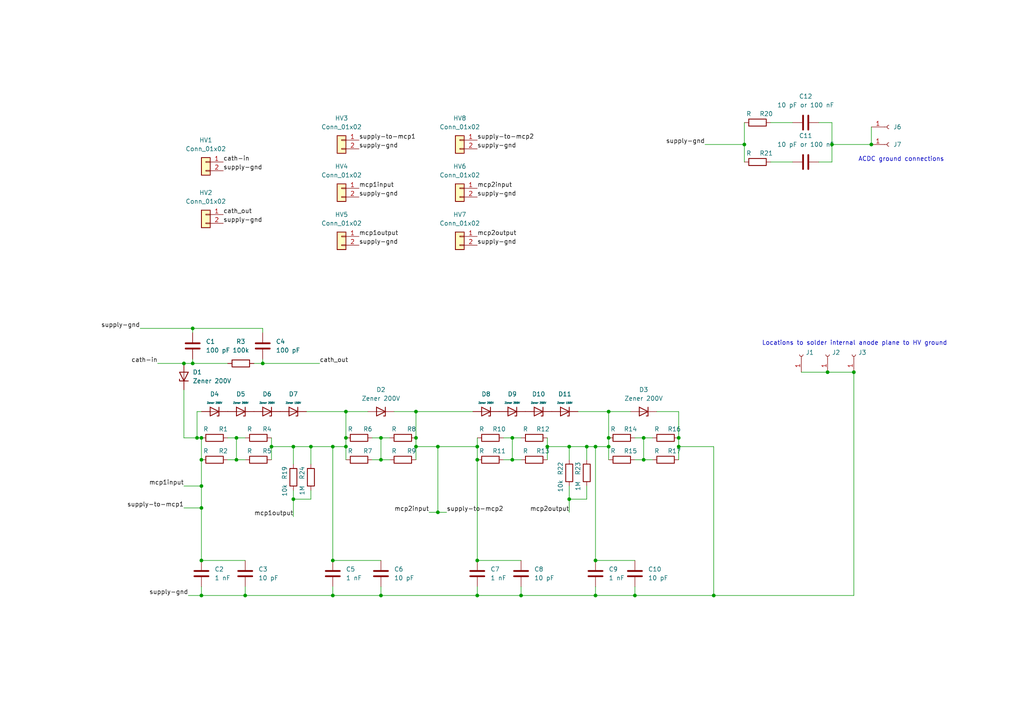
<source format=kicad_sch>
(kicad_sch (version 20230121) (generator eeschema)
  (paper "A4")
  (lib_symbols
    (symbol "Connector:Conn_01x01_Socket" (pin_names (offset 1.016) hide)
      (property "Reference" "J" (at 0 2.54 0))
      (property "Value" "Conn_01x01_Socket" (at 0 -2.54 0))
      (symbol "Conn_01x01_Socket_1_1"
        (polyline (pts (xy -1.27 0) (xy -0.508 0)) (stroke (width 0.1524)))
        (arc (start 0 0.508) (mid -0.5058 0) (end 0 -0.508) (stroke (width 0.1524)))
        (pin passive line (at -5.08 0 0) (length 3.81) (name "Pin_1") (number "1"))
      )
    )
    (symbol "Connector_Generic:Conn_01x02" (pin_names (offset 1.016) hide)
      (property "Reference" "J" (at 0 2.54 0))
      (property "Value" "Conn_01x02" (at 0 -5.08 0))
      (symbol "Conn_01x02_1_1"
        (rectangle (start -1.27 -2.413) (end 0 -2.667) (stroke (width 0.1524)))
        (rectangle (start -1.27 0.127) (end 0 -0.127) (stroke (width 0.1524)))
        (rectangle (start -1.27 1.27) (end 1.27 -3.81) (stroke (width 0.254)) (fill (type background)))
        (pin passive line (at -5.08 0 0) (length 3.81) (name "Pin_1") (number "1"))
        (pin passive line (at -5.08 -2.54 0) (length 3.81) (name "Pin_2") (number "2"))
      )
    )
    (symbol "Device:C" (pin_numbers hide) (pin_names (offset 0.254))
      (property "Reference" "C" (at 0.635 2.54 0))
      (property "Value" "C" (at 0.635 -2.54 0))
      (symbol "C_0_1"
        (polyline (pts (xy -2.032 -0.762) (xy 2.032 -0.762)) (stroke (width 0.508)))
        (polyline (pts (xy -2.032 0.762) (xy 2.032 0.762)) (stroke (width 0.508)))
      )
      (symbol "C_1_1"
        (pin passive line (at 0 3.81 270) (length 2.794) (name "~") (number "1"))
        (pin passive line (at 0 -3.81 90) (length 2.794) (name "~") (number "2"))
      )
    )
    (symbol "Device:D_Zener" (pin_numbers hide) (pin_names (offset 1.016) hide)
      (property "Reference" "D" (at 0 2.54 0))
      (property "Value" "D_Zener" (at 0 -2.54 0))
      (symbol "D_Zener_0_1"
        (polyline (pts (xy 1.27 0) (xy -1.27 0)))
        (polyline (pts (xy -1.27 -1.27) (xy -1.27 1.27) (xy -0.762 1.27)) (stroke (width 0.254)))
        (polyline (pts (xy 1.27 -1.27) (xy 1.27 1.27) (xy -1.27 0) (xy 1.27 -1.27)) (stroke (width 0.254)))
      )
      (symbol "D_Zener_1_1"
        (pin passive line (at -3.81 0 0) (length 2.54) (name "K") (number "1"))
        (pin passive line (at 3.81 0 180) (length 2.54) (name "A") (number "2"))
      )
    )
    (symbol "Device:R" (pin_numbers hide) (pin_names (offset 0))
      (property "Reference" "R" (at 2.032 0 90))
      (property "Value" "R" (at 0 0 90))
      (symbol "R_0_1"
        (rectangle (start -1.016 -2.54) (end 1.016 2.54) (stroke (width 0.254)))
      )
      (symbol "R_1_1"
        (pin passive line (at 0 3.81 270) (length 1.27) (name "~") (number "1"))
        (pin passive line (at 0 -3.81 90) (length 1.27) (name "~") (number "2"))
      )
    )
  )
  (junction (at 85.09 129.54))
  (junction (at 138.43 162.56))
  (junction (at 176.53 119.38))
  (junction (at 58.42 162.56))
  (junction (at 55.88 95.25))
  (junction (at 165.1 144.78))
  (junction (at 120.65 127))
  (junction (at 184.15 172.72))
  (junction (at 196.85 127))
  (junction (at 127 148.59))
  (junction (at 100.33 129.54))
  (junction (at 215.9 41.91))
  (junction (at 158.75 129.54))
  (junction (at 172.72 129.54))
  (junction (at 207.01 172.72))
  (junction (at 240.03 107.95))
  (junction (at 58.42 127))
  (junction (at 55.88 105.41))
  (junction (at 165.1 129.54))
  (junction (at 138.43 133.35))
  (junction (at 71.12 172.72))
  (junction (at 110.49 133.35))
  (junction (at 100.33 119.38))
  (junction (at 186.69 133.35))
  (junction (at 172.72 172.72))
  (junction (at 196.85 129.54))
  (junction (at 58.42 147.32))
  (junction (at 100.33 127))
  (junction (at 110.49 172.72))
  (junction (at 96.52 172.72))
  (junction (at 110.49 127))
  (junction (at 58.42 172.72))
  (junction (at 151.13 172.72))
  (junction (at 148.59 127))
  (junction (at 176.53 129.54))
  (junction (at 127 129.54))
  (junction (at 138.43 129.54))
  (junction (at 68.58 133.35))
  (junction (at 120.65 129.54))
  (junction (at 85.09 144.78))
  (junction (at 186.69 127))
  (junction (at 247.65 107.95))
  (junction (at 252.73 41.91))
  (junction (at 170.18 129.54))
  (junction (at 78.74 129.54))
  (junction (at 172.72 162.56))
  (junction (at 76.2 105.41))
  (junction (at 96.52 129.54))
  (junction (at 53.34 105.41))
  (junction (at 96.52 162.56))
  (junction (at 57.15 127))
  (junction (at 148.59 133.35))
  (junction (at 58.42 133.35))
  (junction (at 120.65 119.38))
  (junction (at 138.43 172.72))
  (junction (at 241.3 41.91))
  (junction (at 58.42 140.97))
  (junction (at 176.53 127))
  (junction (at 68.58 127))
  (junction (at 90.17 129.54))
  (wire (pts (xy 170.18 129.54) (xy 172.72 129.54)))
  (wire (pts (xy 58.42 133.35) (xy 58.42 140.97)))
  (wire (pts (xy 165.1 144.78) (xy 170.18 144.78)))
  (wire (pts (xy 96.52 162.56) (xy 110.49 162.56)))
  (wire (pts (xy 165.1 140.97) (xy 165.1 144.78)))
  (wire (pts (xy 204.47 41.91) (xy 215.9 41.91)))
  (wire (pts (xy 241.3 41.91) (xy 241.3 35.56)))
  (wire (pts (xy 158.75 127) (xy 158.75 129.54)))
  (wire (pts (xy 96.52 129.54) (xy 100.33 129.54)))
  (wire (pts (xy 172.72 172.72) (xy 151.13 172.72)))
  (wire (pts (xy 184.15 170.18) (xy 184.15 172.72)))
  (wire (pts (xy 165.1 129.54) (xy 165.1 133.35)))
  (wire (pts (xy 165.1 144.78) (xy 165.1 148.59)))
  (wire (pts (xy 78.74 129.54) (xy 85.09 129.54)))
  (wire (pts (xy 68.58 127) (xy 68.58 133.35)))
  (wire (pts (xy 110.49 127) (xy 113.03 127)))
  (wire (pts (xy 88.9 119.38) (xy 100.33 119.38)))
  (wire (pts (xy 241.3 41.91) (xy 252.73 41.91)))
  (wire (pts (xy 100.33 127) (xy 100.33 129.54)))
  (wire (pts (xy 76.2 96.52) (xy 76.2 95.25)))
  (wire (pts (xy 90.17 142.24) (xy 90.17 144.78)))
  (wire (pts (xy 107.95 133.35) (xy 110.49 133.35)))
  (wire (pts (xy 58.42 147.32) (xy 58.42 162.56)))
  (wire (pts (xy 124.46 148.59) (xy 127 148.59)))
  (wire (pts (xy 158.75 129.54) (xy 158.75 133.35)))
  (wire (pts (xy 58.42 172.72) (xy 58.42 170.18)))
  (wire (pts (xy 58.42 119.38) (xy 57.15 119.38)))
  (wire (pts (xy 78.74 129.54) (xy 78.74 133.35)))
  (wire (pts (xy 66.04 127) (xy 68.58 127)))
  (wire (pts (xy 247.65 107.95) (xy 247.65 172.72)))
  (wire (pts (xy 138.43 172.72) (xy 138.43 170.18)))
  (wire (pts (xy 138.43 129.54) (xy 138.43 133.35)))
  (wire (pts (xy 184.15 172.72) (xy 172.72 172.72)))
  (wire (pts (xy 176.53 127) (xy 176.53 129.54)))
  (wire (pts (xy 127 129.54) (xy 127 148.59)))
  (wire (pts (xy 90.17 129.54) (xy 90.17 134.62)))
  (wire (pts (xy 176.53 129.54) (xy 176.53 133.35)))
  (wire (pts (xy 110.49 172.72) (xy 138.43 172.72)))
  (wire (pts (xy 232.41 107.95) (xy 240.03 107.95)))
  (wire (pts (xy 71.12 172.72) (xy 96.52 172.72)))
  (wire (pts (xy 55.88 96.52) (xy 55.88 95.25)))
  (wire (pts (xy 96.52 129.54) (xy 96.52 162.56)))
  (wire (pts (xy 237.49 35.56) (xy 241.3 35.56)))
  (wire (pts (xy 76.2 95.25) (xy 55.88 95.25)))
  (wire (pts (xy 58.42 162.56) (xy 71.12 162.56)))
  (wire (pts (xy 120.65 119.38) (xy 120.65 127)))
  (wire (pts (xy 146.05 127) (xy 148.59 127)))
  (wire (pts (xy 96.52 170.18) (xy 96.52 172.72)))
  (wire (pts (xy 58.42 172.72) (xy 71.12 172.72)))
  (wire (pts (xy 110.49 127) (xy 110.49 133.35)))
  (wire (pts (xy 151.13 170.18) (xy 151.13 172.72)))
  (wire (pts (xy 78.74 127) (xy 78.74 129.54)))
  (wire (pts (xy 190.5 119.38) (xy 196.85 119.38)))
  (wire (pts (xy 186.69 133.35) (xy 189.23 133.35)))
  (wire (pts (xy 54.61 172.72) (xy 58.42 172.72)))
  (wire (pts (xy 110.49 170.18) (xy 110.49 172.72)))
  (wire (pts (xy 237.49 46.99) (xy 241.3 46.99)))
  (wire (pts (xy 151.13 172.72) (xy 138.43 172.72)))
  (wire (pts (xy 170.18 140.97) (xy 170.18 144.78)))
  (wire (pts (xy 186.69 127) (xy 186.69 133.35)))
  (wire (pts (xy 148.59 127) (xy 148.59 133.35)))
  (wire (pts (xy 100.33 119.38) (xy 106.68 119.38)))
  (wire (pts (xy 68.58 133.35) (xy 71.12 133.35)))
  (wire (pts (xy 68.58 127) (xy 71.12 127)))
  (wire (pts (xy 167.64 119.38) (xy 176.53 119.38)))
  (wire (pts (xy 57.15 127) (xy 58.42 127)))
  (wire (pts (xy 158.75 129.54) (xy 165.1 129.54)))
  (wire (pts (xy 120.65 129.54) (xy 127 129.54)))
  (wire (pts (xy 55.88 105.41) (xy 66.04 105.41)))
  (wire (pts (xy 120.65 129.54) (xy 120.65 133.35)))
  (wire (pts (xy 138.43 127) (xy 138.43 129.54)))
  (wire (pts (xy 223.52 35.56) (xy 229.87 35.56)))
  (wire (pts (xy 138.43 162.56) (xy 151.13 162.56)))
  (wire (pts (xy 85.09 129.54) (xy 90.17 129.54)))
  (wire (pts (xy 127 129.54) (xy 138.43 129.54)))
  (wire (pts (xy 223.52 46.99) (xy 229.87 46.99)))
  (wire (pts (xy 172.72 129.54) (xy 172.72 162.56)))
  (wire (pts (xy 186.69 127) (xy 189.23 127)))
  (wire (pts (xy 176.53 119.38) (xy 182.88 119.38)))
  (wire (pts (xy 148.59 133.35) (xy 151.13 133.35)))
  (wire (pts (xy 138.43 133.35) (xy 138.43 162.56)))
  (wire (pts (xy 90.17 129.54) (xy 96.52 129.54)))
  (wire (pts (xy 76.2 105.41) (xy 92.71 105.41)))
  (wire (pts (xy 241.3 46.99) (xy 241.3 41.91)))
  (wire (pts (xy 215.9 35.56) (xy 215.9 41.91)))
  (wire (pts (xy 120.65 119.38) (xy 137.16 119.38)))
  (wire (pts (xy 196.85 119.38) (xy 196.85 127)))
  (wire (pts (xy 100.33 129.54) (xy 100.33 133.35)))
  (wire (pts (xy 207.01 172.72) (xy 184.15 172.72)))
  (wire (pts (xy 170.18 129.54) (xy 170.18 133.35)))
  (wire (pts (xy 85.09 129.54) (xy 85.09 134.62)))
  (wire (pts (xy 53.34 105.41) (xy 55.88 105.41)))
  (wire (pts (xy 73.66 105.41) (xy 76.2 105.41)))
  (wire (pts (xy 53.34 127) (xy 57.15 127)))
  (wire (pts (xy 184.15 127) (xy 186.69 127)))
  (wire (pts (xy 196.85 129.54) (xy 196.85 133.35)))
  (wire (pts (xy 176.53 127) (xy 176.53 119.38)))
  (wire (pts (xy 57.15 119.38) (xy 57.15 127)))
  (wire (pts (xy 53.34 113.03) (xy 53.34 127)))
  (wire (pts (xy 165.1 129.54) (xy 170.18 129.54)))
  (wire (pts (xy 76.2 104.14) (xy 76.2 105.41)))
  (wire (pts (xy 45.72 105.41) (xy 53.34 105.41)))
  (wire (pts (xy 184.15 133.35) (xy 186.69 133.35)))
  (wire (pts (xy 252.73 36.83) (xy 252.73 41.91)))
  (wire (pts (xy 148.59 127) (xy 151.13 127)))
  (wire (pts (xy 85.09 144.78) (xy 85.09 149.86)))
  (wire (pts (xy 85.09 142.24) (xy 85.09 144.78)))
  (wire (pts (xy 58.42 140.97) (xy 58.42 147.32)))
  (wire (pts (xy 240.03 107.95) (xy 247.65 107.95)))
  (wire (pts (xy 146.05 133.35) (xy 148.59 133.35)))
  (wire (pts (xy 58.42 127) (xy 58.42 133.35)))
  (wire (pts (xy 247.65 172.72) (xy 207.01 172.72)))
  (wire (pts (xy 53.34 140.97) (xy 58.42 140.97)))
  (wire (pts (xy 172.72 129.54) (xy 176.53 129.54)))
  (wire (pts (xy 40.64 95.25) (xy 55.88 95.25)))
  (wire (pts (xy 85.09 144.78) (xy 90.17 144.78)))
  (wire (pts (xy 120.65 127) (xy 120.65 129.54)))
  (wire (pts (xy 66.04 133.35) (xy 68.58 133.35)))
  (wire (pts (xy 107.95 127) (xy 110.49 127)))
  (wire (pts (xy 172.72 170.18) (xy 172.72 172.72)))
  (wire (pts (xy 100.33 127) (xy 100.33 119.38)))
  (wire (pts (xy 55.88 104.14) (xy 55.88 105.41)))
  (wire (pts (xy 215.9 41.91) (xy 215.9 46.99)))
  (wire (pts (xy 172.72 162.56) (xy 184.15 162.56)))
  (wire (pts (xy 196.85 127) (xy 196.85 129.54)))
  (wire (pts (xy 110.49 133.35) (xy 113.03 133.35)))
  (wire (pts (xy 207.01 129.54) (xy 207.01 172.72)))
  (wire (pts (xy 114.3 119.38) (xy 120.65 119.38)))
  (wire (pts (xy 96.52 172.72) (xy 110.49 172.72)))
  (wire (pts (xy 53.34 147.32) (xy 58.42 147.32)))
  (wire (pts (xy 127 148.59) (xy 129.54 148.59)))
  (wire (pts (xy 196.85 129.54) (xy 207.01 129.54)))
  (wire (pts (xy 71.12 170.18) (xy 71.12 172.72)))
  (text "Locations to solder internal anode plane to HV ground" (at 220.98 100.33 0) (effects (font (size 1.27 1.27)) (justify left bottom)))
  (text "ACDC ground connections" (at 248.92 46.99 0) (effects (font (size 1.27 1.27)) (justify left bottom)))
  (label "supply-gnd" (at 104.14 71.12 0))
  (label "supply-gnd" (at 64.77 49.53 0))
  (label "mcp1output" (at 85.09 149.86 180))
  (label "cath-in" (at 64.77 46.99 0))
  (label "mcp1input" (at 53.34 140.97 180))
  (label "supply-to-mcp2" (at 129.54 148.59 0))
  (label "supply-to-mcp2" (at 138.43 40.64 0))
  (label "supply-gnd" (at 104.14 57.15 0))
  (label "cath_out" (at 64.77 62.23 0))
  (label "cath-in" (at 45.72 105.41 180))
  (label "supply-gnd" (at 138.43 43.18 0))
  (label "mcp1output" (at 104.14 68.58 0))
  (label "supply-gnd" (at 138.43 57.15 0))
  (label "supply-gnd" (at 138.43 71.12 0))
  (label "mcp2input" (at 124.46 148.59 180))
  (label "mcp2input" (at 138.43 54.61 0))
  (label "supply-to-mcp1" (at 104.14 40.64 0))
  (label "supply-gnd" (at 204.47 41.91 180))
  (label "mcp1input" (at 104.14 54.61 0))
  (label "mcp2output" (at 138.43 68.58 0))
  (label "supply-gnd" (at 40.64 95.25 180))
  (label "cath_out" (at 92.71 105.41 0))
  (label "supply-to-mcp1" (at 53.34 147.32 180))
  (label "supply-gnd" (at 64.77 64.77 0))
  (label "mcp2output" (at 165.1 148.59 180))
  (label "supply-gnd" (at 54.61 172.72 180))
  (label "supply-gnd" (at 104.14 43.18 0))
  (symbol (lib_id "Device:D_Zener") (at 53.34 109.22 90) (unit 1)
    (property "Reference" "D1" (at 55.88 107.9499 90) (effects (justify right)))
    (property "Value" "Zener 200V" (at 55.88 110.4899 90) (effects (justify right)))
    (property "Footprint" "Diode_THT:D_DO-41_SOD81_P10.16mm_Horizontal" (effects hide))
  )
  (symbol (lib_id "Device:R") (at 116.84 133.35 90) (unit 1)
    (property "Reference" "R9" (at 119.38 130.81 90))
    (property "Value" "R" (at 114.3 130.81 90))
    (property "Footprint" "Resistor_SMD:R_2512_6332Metric_Pad1.40x3.35mm_HandSolder" (effects hide))
  )
  (symbol (lib_id "Device:D_Zener") (at 163.83 119.38 180) (unit 1)
    (property "Reference" "D11" (at 163.83 114.3 0))
    (property "Value" "Zener 150V" (at 163.83 116.84 0) (effects (font (size 0.508 0.508))))
    (property "Footprint" "Diode_THT:D_DO-41_SOD81_P10.16mm_Horizontal" (effects hide))
  )
  (symbol (lib_id "Device:C") (at 151.13 166.37 0) (unit 1)
    (property "Reference" "C8" (at 154.94 165.1 0) (effects (justify left)))
    (property "Value" "10 pF" (at 154.94 167.64 0) (effects (justify left)))
    (property "Footprint" "Capacitor_SMD:C_1812_4532Metric_Pad1.57x3.40mm_HandSolder" (effects hide))
  )
  (symbol (lib_id "Connector_Generic:Conn_01x02") (at 99.06 40.64 0) (mirror y) (unit 1)
    (property "Reference" "HV3" (at 99.06 34.29 0))
    (property "Value" "Conn_01x02" (at 99.06 36.83 0))
    (property "Footprint" "stripline-anode-footprints:SHV_cable_interface" (effects hide))
  )
  (symbol (lib_id "Connector_Generic:Conn_01x02") (at 133.35 54.61 0) (mirror y) (unit 1)
    (property "Reference" "HV6" (at 133.35 48.26 0))
    (property "Value" "Conn_01x02" (at 133.35 50.8 0))
    (property "Footprint" "stripline-anode-footprints:SHV_cable_interface" (effects hide))
  )
  (symbol (lib_id "Device:R") (at 62.23 133.35 90) (unit 1)
    (property "Reference" "R2" (at 64.77 130.81 90))
    (property "Value" "R" (at 59.69 130.81 90))
    (property "Footprint" "Resistor_SMD:R_2512_6332Metric_Pad1.40x3.35mm_HandSolder" (effects hide))
  )
  (symbol (lib_id "Connector:Conn_01x01_Socket") (at 240.03 102.87 90) (unit 1)
    (property "Reference" "J2" (at 241.3 102.235 90) (effects (justify right)))
    (property "Value" "Conn_01x01_Socket" (effects hide))
    (property "Footprint" "TestPoint:TestPoint_Plated_Hole_D3.0mm" (effects hide))
  )
  (symbol (lib_id "Device:C") (at 96.52 166.37 180) (unit 1)
    (property "Reference" "C5" (at 100.33 165.1 0) (effects (justify right)))
    (property "Value" "1 nF" (at 100.33 167.64 0) (effects (justify right)))
    (property "Footprint" "Capacitor_SMD:C_2220_5650Metric_Pad1.97x5.40mm_HandSolder" (effects hide))
  )
  (symbol (lib_id "Device:C") (at 58.42 166.37 180) (unit 1)
    (property "Reference" "C2" (at 62.23 165.1 0) (effects (justify right)))
    (property "Value" "1 nF" (at 62.23 167.64 0) (effects (justify right)))
    (property "Footprint" "Capacitor_SMD:C_2220_5650Metric_Pad1.97x5.40mm_HandSolder" (effects hide))
  )
  (symbol (lib_id "Connector_Generic:Conn_01x02") (at 59.69 46.99 0) (mirror y) (unit 1)
    (property "Reference" "HV1" (at 59.69 40.64 0))
    (property "Value" "Conn_01x02" (at 59.69 43.18 0))
    (property "Footprint" "stripline-anode-footprints:SHV_cable_interface" (effects hide))
  )
  (symbol (lib_id "Device:R") (at 104.14 127 90) (unit 1)
    (property "Reference" "R6" (at 106.68 124.46 90))
    (property "Value" "R" (at 101.6 124.46 90))
    (property "Footprint" "Resistor_SMD:R_2512_6332Metric_Pad1.40x3.35mm_HandSolder" (effects hide))
  )
  (symbol (lib_id "Device:D_Zener") (at 156.21 119.38 180) (unit 1)
    (property "Reference" "D10" (at 156.21 114.3 0))
    (property "Value" "Zener 200V" (at 156.21 116.84 0) (effects (font (size 0.508 0.508))))
    (property "Footprint" "Diode_THT:D_DO-41_SOD81_P10.16mm_Horizontal" (effects hide))
  )
  (symbol (lib_id "Device:D_Zener") (at 62.23 119.38 180) (unit 1)
    (property "Reference" "D4" (at 62.23 114.3 0))
    (property "Value" "Zener 200V" (at 62.23 116.84 0) (effects (font (size 0.508 0.508))))
    (property "Footprint" "Diode_THT:D_DO-41_SOD81_P10.16mm_Horizontal" (effects hide))
  )
  (symbol (lib_id "Device:C") (at 55.88 100.33 0) (unit 1)
    (property "Reference" "C1" (at 59.69 99.0599 0) (effects (justify left)))
    (property "Value" "100 pF" (at 59.69 101.5999 0) (effects (justify left)))
    (property "Footprint" "Capacitor_SMD:C_1812_4532Metric_Pad1.57x3.40mm_HandSolder" (effects hide))
  )
  (symbol (lib_id "Device:R") (at 154.94 127 90) (unit 1)
    (property "Reference" "R12" (at 157.48 124.46 90))
    (property "Value" "R" (at 152.4 124.46 90))
    (property "Footprint" "Resistor_SMD:R_2512_6332Metric_Pad1.40x3.35mm_HandSolder" (effects hide))
  )
  (symbol (lib_id "Connector:Conn_01x01_Socket") (at 257.81 36.83 0) (unit 1)
    (property "Reference" "J6" (at 259.08 36.83 0) (effects (justify left)))
    (property "Value" "Conn_01x01_Socket" (effects hide))
    (property "Footprint" "TestPoint:TestPoint_Plated_Hole_D3.0mm" (effects hide))
  )
  (symbol (lib_id "Connector:Conn_01x01_Socket") (at 232.41 102.87 90) (unit 1)
    (property "Reference" "J1" (at 233.68 102.235 90) (effects (justify right)))
    (property "Value" "Conn_01x01_Socket" (effects hide))
    (property "Footprint" "TestPoint:TestPoint_Plated_Hole_D3.0mm" (effects hide))
  )
  (symbol (lib_id "Device:C") (at 172.72 166.37 180) (unit 1)
    (property "Reference" "C9" (at 176.53 165.1 0) (effects (justify right)))
    (property "Value" "1 nF" (at 176.53 167.64 0) (effects (justify right)))
    (property "Footprint" "Capacitor_SMD:C_2220_5650Metric_Pad1.97x5.40mm_HandSolder" (effects hide))
  )
  (symbol (lib_id "Connector:Conn_01x01_Socket") (at 257.81 41.91 0) (unit 1)
    (property "Reference" "J7" (at 259.08 41.91 0) (effects (justify left)))
    (property "Value" "Conn_01x01_Socket" (effects hide))
    (property "Footprint" "TestPoint:TestPoint_Plated_Hole_D3.0mm" (effects hide))
  )
  (symbol (lib_id "Connector_Generic:Conn_01x02") (at 99.06 68.58 0) (mirror y) (unit 1)
    (property "Reference" "HV5" (at 99.06 62.23 0))
    (property "Value" "Conn_01x02" (at 99.06 64.77 0))
    (property "Footprint" "stripline-anode-footprints:SHV_cable_interface" (effects hide))
  )
  (symbol (lib_id "Device:D_Zener") (at 186.69 119.38 180) (unit 1)
    (property "Reference" "D3" (at 186.69 113.03 0))
    (property "Value" "Zener 200V" (at 186.69 115.57 0))
    (property "Footprint" "Diode_THT:D_DO-41_SOD81_P10.16mm_Horizontal" (effects hide))
  )
  (symbol (lib_id "Connector_Generic:Conn_01x02") (at 133.35 40.64 0) (mirror y) (unit 1)
    (property "Reference" "HV8" (at 133.35 34.29 0))
    (property "Value" "Conn_01x02" (at 133.35 36.83 0))
    (property "Footprint" "stripline-anode-footprints:SHV_cable_interface" (effects hide))
  )
  (symbol (lib_id "Device:R") (at 154.94 133.35 90) (unit 1)
    (property "Reference" "R13" (at 157.48 130.81 90))
    (property "Value" "R" (at 152.4 130.81 90))
    (property "Footprint" "Resistor_SMD:R_2512_6332Metric_Pad1.40x3.35mm_HandSolder" (effects hide))
  )
  (symbol (lib_id "Device:R") (at 165.1 137.16 180) (unit 1)
    (property "Reference" "R22" (at 162.56 135.89 90))
    (property "Value" "10k" (at 162.56 140.97 90))
    (property "Footprint" "Resistor_THT:R_Axial_Power_L20.0mm_W6.4mm_P22.40mm" (effects hide))
  )
  (symbol (lib_id "Device:C") (at 76.2 100.33 0) (unit 1)
    (property "Reference" "C4" (at 80.01 99.0599 0) (effects (justify left)))
    (property "Value" "100 pF" (at 80.01 101.5999 0) (effects (justify left)))
    (property "Footprint" "Capacitor_SMD:C_1812_4532Metric_Pad1.57x3.40mm_HandSolder" (effects hide))
  )
  (symbol (lib_id "Connector:Conn_01x01_Socket") (at 247.65 102.87 90) (unit 1)
    (property "Reference" "J3" (at 248.92 102.235 90) (effects (justify right)))
    (property "Value" "Conn_01x01_Socket" (effects hide))
    (property "Footprint" "TestPoint:TestPoint_Plated_Hole_D3.0mm" (effects hide))
  )
  (symbol (lib_id "Device:D_Zener") (at 140.97 119.38 180) (unit 1)
    (property "Reference" "D8" (at 140.97 114.3 0))
    (property "Value" "Zener 200V" (at 140.97 116.84 0) (effects (font (size 0.508 0.508))))
    (property "Footprint" "Diode_THT:D_DO-41_SOD81_P10.16mm_Horizontal" (effects hide))
  )
  (symbol (lib_id "Connector_Generic:Conn_01x02") (at 59.69 62.23 0) (mirror y) (unit 1)
    (property "Reference" "HV2" (at 59.69 55.88 0))
    (property "Value" "Conn_01x02" (at 59.69 58.42 0))
    (property "Footprint" "stripline-anode-footprints:SHV_cable_interface" (effects hide))
  )
  (symbol (lib_id "Device:R") (at 74.93 133.35 90) (unit 1)
    (property "Reference" "R5" (at 77.47 130.81 90))
    (property "Value" "R" (at 72.39 130.81 90))
    (property "Footprint" "Resistor_SMD:R_2512_6332Metric_Pad1.40x3.35mm_HandSolder" (effects hide))
  )
  (symbol (lib_id "Device:D_Zener") (at 148.59 119.38 180) (unit 1)
    (property "Reference" "D9" (at 148.59 114.3 0))
    (property "Value" "Zener 200V" (at 148.59 116.84 0) (effects (font (size 0.508 0.508))))
    (property "Footprint" "Diode_THT:D_DO-41_SOD81_P10.16mm_Horizontal" (effects hide))
  )
  (symbol (lib_id "Device:R") (at 219.71 46.99 90) (unit 1)
    (property "Reference" "R21" (at 222.25 44.45 90))
    (property "Value" "R" (at 217.17 44.45 90))
    (property "Footprint" "Resistor_SMD:R_2512_6332Metric_Pad1.40x3.35mm_HandSolder" (effects hide))
  )
  (symbol (lib_id "Device:R") (at 116.84 127 90) (unit 1)
    (property "Reference" "R8" (at 119.38 124.46 90))
    (property "Value" "R" (at 114.3 124.46 90))
    (property "Footprint" "Resistor_SMD:R_2512_6332Metric_Pad1.40x3.35mm_HandSolder" (effects hide))
  )
  (symbol (lib_id "Device:C") (at 184.15 166.37 0) (unit 1)
    (property "Reference" "C10" (at 187.96 165.1 0) (effects (justify left)))
    (property "Value" "10 pF" (at 187.96 167.64 0) (effects (justify left)))
    (property "Footprint" "Capacitor_SMD:C_1812_4532Metric_Pad1.57x3.40mm_HandSolder" (effects hide))
  )
  (symbol (lib_id "Device:C") (at 110.49 166.37 0) (unit 1)
    (property "Reference" "C6" (at 114.3 165.1 0) (effects (justify left)))
    (property "Value" "10 pF" (at 114.3 167.64 0) (effects (justify left)))
    (property "Footprint" "Capacitor_SMD:C_1812_4532Metric_Pad1.57x3.40mm_HandSolder" (effects hide))
  )
  (symbol (lib_id "Device:R") (at 219.71 35.56 90) (unit 1)
    (property "Reference" "R20" (at 222.25 33.02 90))
    (property "Value" "R" (at 217.17 33.02 90))
    (property "Footprint" "Resistor_SMD:R_2512_6332Metric_Pad1.40x3.35mm_HandSolder" (effects hide))
  )
  (symbol (lib_id "Device:C") (at 71.12 166.37 0) (unit 1)
    (property "Reference" "C3" (at 74.93 165.1 0) (effects (justify left)))
    (property "Value" "10 pF" (at 74.93 167.64 0) (effects (justify left)))
    (property "Footprint" "Capacitor_SMD:C_1812_4532Metric_Pad1.57x3.40mm_HandSolder" (effects hide))
  )
  (symbol (lib_id "Device:R") (at 170.18 137.16 180) (unit 1)
    (property "Reference" "R23" (at 167.64 135.89 90))
    (property "Value" "1M" (at 167.64 140.97 90))
    (property "Footprint" "Resistor_THT:R_Axial_Power_L20.0mm_W6.4mm_P22.40mm" (effects hide))
  )
  (symbol (lib_id "Device:C") (at 233.68 46.99 90) (unit 1)
    (property "Reference" "C11" (at 233.68 39.37 90))
    (property "Value" "10 pF or 100 nF" (at 233.68 41.91 90))
    (property "Footprint" "Capacitor_SMD:C_1812_4532Metric_Pad1.57x3.40mm_HandSolder" (effects hide))
  )
  (symbol (lib_id "Device:R") (at 180.34 133.35 90) (unit 1)
    (property "Reference" "R15" (at 182.88 130.81 90))
    (property "Value" "R" (at 177.8 130.81 90))
    (property "Footprint" "Resistor_SMD:R_2512_6332Metric_Pad1.40x3.35mm_HandSolder" (effects hide))
  )
  (symbol (lib_id "Device:D_Zener") (at 77.47 119.38 180) (unit 1)
    (property "Reference" "D6" (at 77.47 114.3 0))
    (property "Value" "Zener 200V" (at 77.47 116.84 0) (effects (font (size 0.508 0.508))))
    (property "Footprint" "Diode_THT:D_DO-41_SOD81_P10.16mm_Horizontal" (effects hide))
  )
  (symbol (lib_id "Device:R") (at 69.85 105.41 90) (unit 1)
    (property "Reference" "R3" (at 69.85 99.06 90))
    (property "Value" "100k" (at 69.85 101.6 90))
    (property "Footprint" "Resistor_SMD:R_2512_6332Metric_Pad1.40x3.35mm_HandSolder" (effects hide))
  )
  (symbol (lib_id "Device:R") (at 142.24 133.35 90) (unit 1)
    (property "Reference" "R11" (at 144.78 130.81 90))
    (property "Value" "R" (at 139.7 130.81 90))
    (property "Footprint" "Resistor_SMD:R_2512_6332Metric_Pad1.40x3.35mm_HandSolder" (effects hide))
  )
  (symbol (lib_id "Device:D_Zener") (at 110.49 119.38 180) (unit 1)
    (property "Reference" "D2" (at 110.49 113.03 0))
    (property "Value" "Zener 200V" (at 110.49 115.57 0))
    (property "Footprint" "Diode_THT:D_DO-41_SOD81_P10.16mm_Horizontal" (effects hide))
  )
  (symbol (lib_id "Device:C") (at 233.68 35.56 90) (unit 1)
    (property "Reference" "C12" (at 233.68 27.94 90))
    (property "Value" "10 pF or 100 nF" (at 233.68 30.48 90))
    (property "Footprint" "Capacitor_SMD:C_1812_4532Metric_Pad1.57x3.40mm_HandSolder" (effects hide))
  )
  (symbol (lib_id "Device:R") (at 142.24 127 90) (unit 1)
    (property "Reference" "R10" (at 144.78 124.46 90))
    (property "Value" "R" (at 139.7 124.46 90))
    (property "Footprint" "Resistor_SMD:R_2512_6332Metric_Pad1.40x3.35mm_HandSolder" (effects hide))
  )
  (symbol (lib_id "Device:R") (at 62.23 127 90) (unit 1)
    (property "Reference" "R1" (at 64.77 124.46 90))
    (property "Value" "R" (at 59.69 124.46 90))
    (property "Footprint" "Resistor_SMD:R_2512_6332Metric_Pad1.40x3.35mm_HandSolder" (effects hide))
  )
  (symbol (lib_id "Device:R") (at 180.34 127 90) (unit 1)
    (property "Reference" "R14" (at 182.88 124.46 90))
    (property "Value" "R" (at 177.8 124.46 90))
    (property "Footprint" "Resistor_SMD:R_2512_6332Metric_Pad1.40x3.35mm_HandSolder" (effects hide))
  )
  (symbol (lib_id "Device:R") (at 90.17 138.43 180) (unit 1)
    (property "Reference" "R24" (at 87.63 137.16 90))
    (property "Value" "1M" (at 87.63 142.24 90))
    (property "Footprint" "Resistor_THT:R_Axial_Power_L20.0mm_W6.4mm_P22.40mm" (effects hide))
  )
  (symbol (lib_id "Connector_Generic:Conn_01x02") (at 99.06 54.61 0) (mirror y) (unit 1)
    (property "Reference" "HV4" (at 99.06 48.26 0))
    (property "Value" "Conn_01x02" (at 99.06 50.8 0))
    (property "Footprint" "stripline-anode-footprints:SHV_cable_interface" (effects hide))
  )
  (symbol (lib_id "Device:R") (at 193.04 127 90) (unit 1)
    (property "Reference" "R16" (at 195.58 124.46 90))
    (property "Value" "R" (at 190.5 124.46 90))
    (property "Footprint" "Resistor_SMD:R_2512_6332Metric_Pad1.40x3.35mm_HandSolder" (effects hide))
  )
  (symbol (lib_id "Device:R") (at 193.04 133.35 90) (unit 1)
    (property "Reference" "R17" (at 195.58 130.81 90))
    (property "Value" "R" (at 190.5 130.81 90))
    (property "Footprint" "Resistor_SMD:R_2512_6332Metric_Pad1.40x3.35mm_HandSolder" (effects hide))
  )
  (symbol (lib_id "Device:R") (at 85.09 138.43 180) (unit 1)
    (property "Reference" "R19" (at 82.55 137.16 90))
    (property "Value" "10k" (at 82.55 142.24 90))
    (property "Footprint" "Resistor_THT:R_Axial_Power_L20.0mm_W6.4mm_P22.40mm" (effects hide))
  )
  (symbol (lib_id "Device:R") (at 74.93 127 90) (unit 1)
    (property "Reference" "R4" (at 77.47 124.46 90))
    (property "Value" "R" (at 72.39 124.46 90))
    (property "Footprint" "Resistor_SMD:R_2512_6332Metric_Pad1.40x3.35mm_HandSolder" (effects hide))
  )
  (symbol (lib_id "Device:D_Zener") (at 85.09 119.38 180) (unit 1)
    (property "Reference" "D7" (at 85.09 114.3 0))
    (property "Value" "Zener 150V" (at 85.09 116.84 0) (effects (font (size 0.508 0.508))))
    (property "Footprint" "Diode_THT:D_DO-41_SOD81_P10.16mm_Horizontal" (effects hide))
  )
  (symbol (lib_id "Device:C") (at 138.43 166.37 180) (unit 1)
    (property "Reference" "C7" (at 142.24 165.1 0) (effects (justify right)))
    (property "Value" "1 nF" (at 142.24 167.64 0) (effects (justify right)))
    (property "Footprint" "Capacitor_SMD:C_2220_5650Metric_Pad1.97x5.40mm_HandSolder" (effects hide))
  )
  (symbol (lib_id "Device:R") (at 104.14 133.35 90) (unit 1)
    (property "Reference" "R7" (at 106.68 130.81 90))
    (property "Value" "R" (at 101.6 130.81 90))
    (property "Footprint" "Resistor_SMD:R_2512_6332Metric_Pad1.40x3.35mm_HandSolder" (effects hide))
  )
  (symbol (lib_id "Connector_Generic:Conn_01x02") (at 133.35 68.58 0) (mirror y) (unit 1)
    (property "Reference" "HV7" (at 133.35 62.23 0))
    (property "Value" "Conn_01x02" (at 133.35 64.77 0))
    (property "Footprint" "stripline-anode-footprints:SHV_cable_interface" (effects hide))
  )
  (symbol (lib_id "Device:D_Zener") (at 69.85 119.38 180) (unit 1)
    (property "Reference" "D5" (at 69.85 114.3 0))
    (property "Value" "Zener 200V" (at 69.85 116.84 0) (effects (font (size 0.508 0.508))))
    (property "Footprint" "Diode_THT:D_DO-41_SOD81_P10.16mm_Horizontal" (effects hide))
  )
)
</source>
